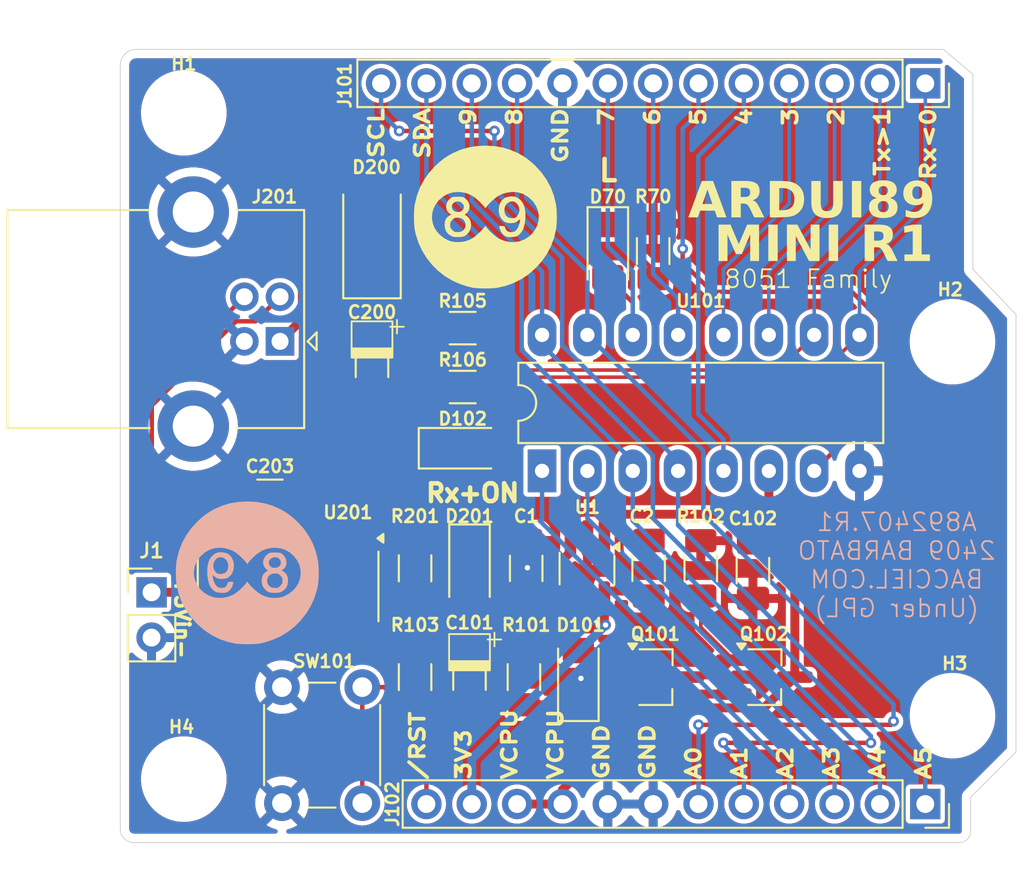
<source format=kicad_pcb>
(kicad_pcb (version 20240108) (generator "pcbnew") (generator_version "8.0")
  (title_block (title "Ardui89 MINI") (date "2024-09-03") (rev "1") (company "C. BARBATO") (comment 1 "A892407"))
  (layers (0 "F.Cu" signal) (31 "B.Cu" signal) (34 "B.Paste" user) (35 "F.Paste" user) (36 "B.SilkS" user "B.Silkscreen") (37 "F.SilkS" user "F.Silkscreen") (38 "B.Mask" user) (39 "F.Mask" user) (44 "Edge.Cuts" user))
  (net 0 "")
  (net 1 "VCC")
  (net 2 "GND")
  (net 4 "Net-(U201-V3)")
  (net 6 "/D7")
  (net 7 "/D1")
  (net 8 "/D0")
  (net 9 "/D5")
  (net 10 "/D6")
  (net 11 "/D2")
  (net 12 "/D3")
  (net 13 "/A2")
  (net 14 "/A3")
  (net 15 "/D+")
  (net 16 "/D-")
  (net 17 "/Tx")
  (net 18 "/Rx")
  (net 23 "/{slash}RTS")
  (net 25 "/A0_D8")
  (net 26 "/3.3V")
  (net 28 "/A1_D9")
  (net 29 "/D4")
  (net 30 "/A4_SDA")
  (net 31 "/A5_SCL")
  (net 32 "Net-(D200-A)")
  (net 33 "Net-(D201-A)")
  (net 34 "Net-(D70-K)")
  (net 35 "/{slash}RST")
  (net 36 "Net-(D101-A)")
  (net 37 "Net-(D102-K)")
  (net 38 "Net-(Q101-C)")
  (net 40 "VCPU")
  (footprint "Resistor_SMD:R_1206_3216Metric_Pad1.30x1.75mm_HandSolder" (layer "F.Cu") (at 155.966 106.553 90)
    (property "Reference" "R102" (at 2.921 0 180) (layer "F.SilkS") (effects (font (size 0.7 0.7))))
    (property "Value" "4k7")
    (pad "1" smd roundrect (at -1.55 0 90) (size 1.3 1.75) (layers "F.Cu" "F.Paste" "F.Mask") (roundrect_rratio 0.192308) (net 38 "Net-(Q101-C)"))
    (pad "2" smd roundrect (at 1.55 0 90) (size 1.3 1.75) (layers "F.Cu" "F.Paste" "F.Mask") (roundrect_rratio 0.192308) (net 2 "GND"))
  )
  (footprint "Package_TO_SOT_SMD:TSOT-23-5_HandSoldering" (layer "F.Cu") (at 149.616 106.5695 -90)
    (property "Reference" "U1" (at -3.4455 0 180) (layer "F.SilkS") (effects (font (size 0.7 0.7))))
    (property "Value" "LP2985-33DBVR")
    (pad "1" smd roundrect (at -1.71 -0.95 270) (size 2 0.65) (layers "F.Cu" "F.Paste" "F.Mask") (net 40 "VCPU"))
    (pad "2" smd roundrect (at -1.71 0 270) (size 2 0.65) (layers "F.Cu" "F.Paste" "F.Mask") (net 2 "GND"))
    (pad "3" smd roundrect (at -1.71 0.95 270) (size 2 0.65) (layers "F.Cu" "F.Paste" "F.Mask") (net 40 "VCPU"))
    (pad "4" smd roundrect (at 1.71 0.95 270) (size 2 0.65) (layers "F.Cu" "F.Paste" "F.Mask"))
    (pad "5" smd roundrect (at 1.71 -0.95 270) (size 2 0.65) (layers "F.Cu" "F.Paste" "F.Mask") (net 26 "/3.3V"))
  )
  (footprint "Resistor_SMD:R_1206_3216Metric_Pad1.30x1.75mm_HandSolder" (layer "F.Cu") (at 142.631 96.393 180)
    (property "Reference" "R106" (at 0 1.524 180) (layer "F.SilkS") (effects (font (size 0.7 0.7))))
    (property "Value" "330")
    (pad "1" smd roundrect (at -1.55 0 180) (size 1.3 1.75) (layers "F.Cu" "F.Paste" "F.Mask") (roundrect_rratio 0.192308) (net 37 "Net-(D102-K)"))
    (pad "2" smd roundrect (at 1.55 0 180) (size 1.3 1.75) (layers "F.Cu" "F.Paste" "F.Mask") (roundrect_rratio 0.192308) (net 18 "/Rx"))
  )
  (footprint "Connector_PinSocket_2.54mm:PinSocket_1x13_P2.54mm_Vertical" (layer "F.Cu") (at 168.539 79.375 -90)
    (property "Reference" "J101" (at 0.127 32.512 -90) (layer "F.SilkS") (effects (font (size 0.7 0.7))))
    (property "Value" "Conn_01x13")
    (pad "1" thru_hole rect (at 0 0 270) (size 1.7 1.7) (drill 1) (layers "*.Cu" "*.Mask") (net 8 "/D0"))
    (pad "2" thru_hole oval (at 0 2.54 270) (size 1.7 1.7) (drill 1) (layers "*.Cu" "*.Mask") (net 7 "/D1"))
    (pad "3" thru_hole oval (at 0 5.08 270) (size 1.7 1.7) (drill 1) (layers "*.Cu" "*.Mask") (net 11 "/D2"))
    (pad "4" thru_hole oval (at 0 7.62 270) (size 1.7 1.7) (drill 1) (layers "*.Cu" "*.Mask") (net 12 "/D3"))
    (pad "5" thru_hole oval (at 0 10.16 270) (size 1.7 1.7) (drill 1) (layers "*.Cu" "*.Mask") (net 29 "/D4"))
    (pad "6" thru_hole oval (at 0 12.7 270) (size 1.7 1.7) (drill 1) (layers "*.Cu" "*.Mask") (net 9 "/D5"))
    (pad "7" thru_hole oval (at 0 15.24 270) (size 1.7 1.7) (drill 1) (layers "*.Cu" "*.Mask") (net 10 "/D6"))
    (pad "8" thru_hole oval (at 0 17.78 270) (size 1.7 1.7) (drill 1) (layers "*.Cu" "*.Mask") (net 6 "/D7"))
    (pad "9" thru_hole oval (at 0 20.32 270) (size 1.7 1.7) (drill 1) (layers "*.Cu" "*.Mask") (net 2 "GND"))
    (pad "10" thru_hole oval (at 0 22.86 270) (size 1.7 1.7) (drill 1) (layers "*.Cu" "*.Mask") (net 25 "/A0_D8"))
    (pad "11" thru_hole oval (at 0 25.4 270) (size 1.7 1.7) (drill 1) (layers "*.Cu" "*.Mask") (net 28 "/A1_D9"))
    (pad "12" thru_hole oval (at 0 27.94 270) (size 1.7 1.7) (drill 1) (layers "*.Cu" "*.Mask") (net 30 "/A4_SDA"))
    (pad "13" thru_hole oval (at 0 30.48 270) (size 1.7 1.7) (drill 1) (layers "*.Cu" "*.Mask") (net 31 "/A5_SCL"))
  )
  (footprint "MountingHole:MountingHole_4.3mm_M4_DIN965" (layer "F.Cu") (at 170.063 93.853)
    (property "Reference" "H2" (at -0.127 -2.921 0) (layer "F.SilkS") (effects (font (size 0.7 0.7))))
    (property "Value" "MountingHole")
    (pad "" np_thru_hole circle (at 0 0) (size 4.3 4.3) (drill 4.3) (layers "*.Cu" "*.Mask"))
  )
  (footprint "MountingHole:MountingHole_4.3mm_M4_DIN965" (layer "F.Cu") (at 127.01 81.026)
    (property "Reference" "H1" (at 0 -2.7432 0) (layer "F.SilkS") (effects (font (size 0.7 0.7))))
    (property "Value" "MountingHole")
    (pad "" np_thru_hole circle (at 0 0) (size 4.3 4.3) (drill 4.3) (layers "*.Cu" "*.Mask"))
  )
  (footprint "MountingHole:MountingHole_4.3mm_M4_DIN965" (layer "F.Cu") (at 170.063 114.808)
    (property "Reference" "H3" (at 0.127 -2.921 0) (layer "F.SilkS") (effects (font (size 0.7 0.7))))
    (property "Value" "MountingHole")
    (pad "" np_thru_hole circle (at 0 0) (size 4.3 4.3) (drill 4.3) (layers "*.Cu" "*.Mask"))
  )
  (footprint "Package_SO:SOIC-16_3.9x9.9mm_P1.27mm" (layer "F.Cu") (at 132.852 107.569 -90)
    (property "Reference" "U201" (at -4.149 -3.352 0) (layer "F.SilkS") (effects (font (size 0.7 0.7))))
    (property "Value" "CH340C")
    (pad "1" smd roundrect (at -2.475 -4.445 270) (size 1.95 0.6) (layers "F.Cu" "F.Paste" "F.Mask") (net 2 "GND"))
    (pad "2" smd roundrect (at -2.475 -3.175 270) (size 1.95 0.6) (layers "F.Cu" "F.Paste" "F.Mask") (net 18 "/Rx"))
    (pad "3" smd roundrect (at -2.475 -1.905 270) (size 1.95 0.6) (layers "F.Cu" "F.Paste" "F.Mask") (net 17 "/Tx"))
    (pad "4" smd roundrect (at -2.475 -0.635 270) (size 1.95 0.6) (layers "F.Cu" "F.Paste" "F.Mask") (net 4 "Net-(U201-V3)"))
    (pad "5" smd roundrect (at -2.475 0.635 270) (size 1.95 0.6) (layers "F.Cu" "F.Paste" "F.Mask") (net 15 "/D+"))
    (pad "6" smd roundrect (at -2.475 1.905 270) (size 1.95 0.6) (layers "F.Cu" "F.Paste" "F.Mask") (net 16 "/D-"))
    (pad "7" smd roundrect (at -2.475 3.175 270) (size 1.95 0.6) (layers "F.Cu" "F.Paste" "F.Mask"))
    (pad "8" smd roundrect (at -2.475 4.445 270) (size 1.95 0.6) (layers "F.Cu" "F.Paste" "F.Mask"))
    (pad "9" smd roundrect (at 2.475 4.445 270) (size 1.95 0.6) (layers "F.Cu" "F.Paste" "F.Mask"))
    (pad "10" smd roundrect (at 2.475 3.175 270) (size 1.95 0.6) (layers "F.Cu" "F.Paste" "F.Mask"))
    (pad "11" smd roundrect (at 2.475 1.905 270) (size 1.95 0.6) (layers "F.Cu" "F.Paste" "F.Mask"))
    (pad "12" smd roundrect (at 2.475 0.635 270) (size 1.95 0.6) (layers "F.Cu" "F.Paste" "F.Mask"))
    (pad "13" smd roundrect (at 2.475 -0.635 270) (size 1.95 0.6) (layers "F.Cu" "F.Paste" "F.Mask"))
    (pad "14" smd roundrect (at 2.475 -1.905 270) (size 1.95 0.6) (layers "F.Cu" "F.Paste" "F.Mask") (net 23 "/{slash}RTS"))
    (pad "15" smd roundrect (at 2.475 -3.175 270) (size 1.95 0.6) (layers "F.Cu" "F.Paste" "F.Mask"))
    (pad "16" smd roundrect (at 2.475 -4.445 270) (size 1.95 0.6) (layers "F.Cu" "F.Paste" "F.Mask") (net 1 "VCC"))
  )
  (footprint "Package_TO_SOT_SMD:TSOT-23_HandSoldering" (layer "F.Cu") (at 159.522 112.649)
    (property "Reference" "Q102" (at 0 -2.413 0) (layer "F.SilkS") (effects (font (size 0.7 0.7))))
    (property "Value" "MMBT2907")
    (pad "1" smd roundrect (at -1.71 -0.95) (size 2 0.65) (layers "F.Cu" "F.Paste" "F.Mask") (net 38 "Net-(Q101-C)"))
    (pad "2" smd roundrect (at -1.71 0.95) (size 2 0.65) (layers "F.Cu" "F.Paste" "F.Mask") (net 1 "VCC"))
    (pad "3" smd roundrect (at 1.71 0) (size 2 0.65) (layers "F.Cu" "F.Paste" "F.Mask") (net 40 "VCPU"))
  )
  (footprint "Capacitor_SMD:C_1206_3216Metric_Pad1.33x1.80mm_HandSolder" (layer "F.Cu") (at 153.045 106.553 90)
    (property "Reference" "C2" (at 2.921 -0.381 180) (layer "F.SilkS") (effects (font (size 0.7 0.7))))
    (property "Value" "100n")
    (pad "1" smd roundrect (at -1.5625 0 90) (size 1.325 1.8) (layers "F.Cu" "F.Paste" "F.Mask") (roundrect_rratio 0.188679) (net 26 "/3.3V"))
    (pad "2" smd roundrect (at 1.5625 0 90) (size 1.325 1.8) (layers "F.Cu" "F.Paste" "F.Mask") (roundrect_rratio 0.188679) (net 2 "GND"))
  )
  (footprint "Resistor_SMD:R_1206_3216Metric_Pad1.30x1.75mm_HandSolder" (layer "F.Cu") (at 139.964 112.649 -90)
    (property "Reference" "R103" (at -2.921 0 0) (layer "F.SilkS") (effects (font (size 0.7 0.7))))
    (property "Value" "1k")
    (pad "1" smd roundrect (at -1.55 0 270) (size 1.3 1.75) (layers "F.Cu" "F.Paste" "F.Mask") (roundrect_rratio 0.192308) (net 36 "Net-(D101-A)"))
    (pad "2" smd roundrect (at 1.55 0 270) (size 1.3 1.75) (layers "F.Cu" "F.Paste" "F.Mask") (roundrect_rratio 0.192308) (net 35 "/{slash}RST"))
  )
  (footprint "Diode_SMD:D_MELF" (layer "F.Cu") (at 137.551 88.011 90)
    (property "Reference" "D200" (at 3.937 0.254 0) (layer "F.SilkS") (effects (font (size 0.7 0.7))))
    (property "Value" "SM34")
    (pad "1" smd roundrect (at -2.4 0 90) (size 1.5 2.7) (layers "F.Cu" "F.Paste" "F.Mask") (roundrect_rratio 0.1666666667) (net 1 "VCC"))
    (pad "2" smd roundrect (at 2.4 0 90) (size 1.5 2.7) (layers "F.Cu" "F.Paste" "F.Mask") (roundrect_rratio 0.1666666667) (net 32 "Net-(D200-A)"))
  )
  (footprint "Connector_PinHeader_2.54mm:PinHeader_1x02_P2.54mm_Vertical" (layer "F.Cu") (at 125.204 107.895)
    (property "Reference" "J1" (at 0 -2.33 0) (layer "F.SilkS") (effects (font (size 0.8 0.8))))
    (property "Value" "Conn_01x02")
    (pad "1" thru_hole rect (at 0 0) (size 1.7 1.7) (drill 1) (layers "*.Cu" "*.Mask") (net 1 "VCC"))
    (pad "2" thru_hole oval (at 0 2.54) (size 1.7 1.7) (drill 1) (layers "*.Cu" "*.Mask") (net 2 "GND"))
  )
  (footprint "Connector_PinSocket_2.54mm:PinSocket_1x12_P2.54mm_Vertical" (layer "F.Cu") (at 168.539 119.761 -90)
    (property "Reference" "J102" (at 0 29.845 -90) (layer "F.SilkS") (effects (font (size 0.7 0.7))))
    (property "Value" "Conn_01x12")
    (pad "1" thru_hole rect (at 0 0 270) (size 1.7 1.7) (drill 1) (layers "*.Cu" "*.Mask") (net 31 "/A5_SCL"))
    (pad "2" thru_hole oval (at 0 2.54 270) (size 1.7 1.7) (drill 1) (layers "*.Cu" "*.Mask") (net 30 "/A4_SDA"))
    (pad "3" thru_hole oval (at 0 5.08 270) (size 1.7 1.7) (drill 1) (layers "*.Cu" "*.Mask") (net 14 "/A3"))
    (pad "4" thru_hole oval (at 0 7.62 270) (size 1.7 1.7) (drill 1) (layers "*.Cu" "*.Mask") (net 13 "/A2"))
    (pad "5" thru_hole oval (at 0 10.16 270) (size 1.7 1.7) (drill 1) (layers "*.Cu" "*.Mask") (net 28 "/A1_D9"))
    (pad "6" thru_hole oval (at 0 12.7 270) (size 1.7 1.7) (drill 1) (layers "*.Cu" "*.Mask") (net 25 "/A0_D8"))
    (pad "7" thru_hole oval (at 0 15.24 270) (size 1.7 1.7) (drill 1) (layers "*.Cu" "*.Mask") (net 2 "GND"))
    (pad "8" thru_hole oval (at 0 17.78 270) (size 1.7 1.7) (drill 1) (layers "*.Cu" "*.Mask") (net 2 "GND"))
    (pad "9" thru_hole oval (at 0 20.32 270) (size 1.7 1.7) (drill 1) (layers "*.Cu" "*.Mask") (net 40 "VCPU"))
    (pad "10" thru_hole oval (at 0 22.86 270) (size 1.7 1.7) (drill 1) (layers "*.Cu" "*.Mask") (net 40 "VCPU"))
    (pad "11" thru_hole oval (at 0 25.4 270) (size 1.7 1.7) (drill 1) (layers "*.Cu" "*.Mask") (net 26 "/3.3V"))
    (pad "12" thru_hole oval (at 0 27.94 270) (size 1.7 1.7) (drill 1) (layers "*.Cu" "*.Mask") (net 35 "/{slash}RST"))
  )
  (footprint "Diode_SMD:D_1206_3216Metric_Pad1.42x1.75mm_HandSolder" (layer "F.Cu") (at 142.631 99.822)
    (property "Reference" "D102" (at 0 -1.651 0) (layer "F.SilkS") (effects (font (size 0.7 0.7))))
    (property "Value" "1N5819W")
    (pad "1" smd roundrect (at -1.4875 0) (size 1.425 1.75) (layers "F.Cu" "F.Paste" "F.Mask") (roundrect_rratio 0.175439) (net 37 "Net-(D102-K)"))
    (pad "2" smd roundrect (at 1.4875 0) (size 1.425 1.75) (layers "F.Cu" "F.Paste" "F.Mask") (roundrect_rratio 0.175439) (net 8 "/D0"))
  )
  (footprint "Diode_SMD:D_1206_3216Metric_Pad1.42x1.75mm_HandSolder" (layer "F.Cu") (at 143.012 106.553 -90)
    (property "Reference" "D201" (at -2.921 0 180) (layer "F.SilkS") (effects (font (size 0.7 0.7))))
    (property "Value" "/Rx LED + ON")
    (pad "1" smd roundrect (at -1.4875 0 270) (size 1.425 1.75) (layers "F.Cu" "F.Paste" "F.Mask") (roundrect_rratio 0.175439) (net 2 "GND"))
    (pad "2" smd roundrect (at 1.4875 0 270) (size 1.425 1.75) (layers "F.Cu" "F.Paste" "F.Mask") (roundrect_rratio 0.175439) (net 33 "Net-(D201-A)"))
  )
  (footprint "Resistor_SMD:R_1206_3216Metric_Pad1.30x1.75mm_HandSolder" (layer "F.Cu") (at 142.631 93.091 180)
    (property "Reference" "R105" (at 0 1.524 180) (layer "F.SilkS") (effects (font (size 0.7 0.7))))
    (property "Value" "330")
    (pad "1" smd roundrect (at -1.55 0 180) (size 1.3 1.75) (layers "F.Cu" "F.Paste" "F.Mask") (roundrect_rratio 0.192308) (net 7 "/D1"))
    (pad "2" smd roundrect (at 1.55 0 180) (size 1.3 1.75) (layers "F.Cu" "F.Paste" "F.Mask") (roundrect_rratio 0.192308) (net 17 "/Tx"))
  )
  (footprint "Diode_SMD:D_1206_3216Metric_Pad1.42x1.75mm_HandSolder" (layer "F.Cu") (at 150.759 88.773 -90)
    (property "Reference" "D70" (at -3.048 0 180) (layer "F.SilkS") (effects (font (size 0.7 0.7))))
    (property "Value" "LED BUILTIN")
    (pad "1" smd roundrect (at -1.4875 0 270) (size 1.425 1.75) (layers "F.Cu" "F.Paste" "F.Mask") (roundrect_rratio 0.175439) (net 34 "Net-(D70-K)"))
    (pad "2" smd roundrect (at 1.4875 0 270) (size 1.425 1.75) (layers "F.Cu" "F.Paste" "F.Mask") (roundrect_rratio 0.175439) (net 6 "/D7"))
  )
  (footprint "Capacitor_SMD:C_1206_3216Metric_Pad1.33x1.80mm_HandSolder" (layer "F.Cu") (at 158.887 106.68 -90)
    (property "Reference" "C102" (at -2.921 0 0) (layer "F.SilkS") (effects (font (size 0.7 0.7))))
    (property "Value" "100n")
    (pad "1" smd roundrect (at -1.5625 0 270) (size 1.325 1.8) (layers "F.Cu" "F.Paste" "F.Mask") (roundrect_rratio 0.188679) (net 40 "VCPU"))
    (pad "2" smd roundrect (at 1.5625 0 270) (size 1.325 1.8) (layers "F.Cu" "F.Paste" "F.Mask") (roundrect_rratio 0.188679) (net 2 "GND"))
  )
  (footprint "Capacitor_SMD:C_1206_3216Metric_Pad1.33x1.80mm_HandSolder" (layer "F.Cu") (at 131.836 102.489 180)
    (property "Reference" "C203" (at 0 1.651 180) (layer "F.SilkS") (effects (font (size 0.7 0.7))))
    (property "Value" "100n")
    (pad "1" smd roundrect (at -1.5625 0 180) (size 1.325 1.8) (layers "F.Cu" "F.Paste" "F.Mask") (roundrect_rratio 0.188679) (net 4 "Net-(U201-V3)"))
    (pad "2" smd roundrect (at 1.5625 0 180) (size 1.325 1.8) (layers "F.Cu" "F.Paste" "F.Mask") (roundrect_rratio 0.188679) (net 2 "GND"))
  )
  (footprint "Resistor_SMD:R_1206_3216Metric_Pad1.30x1.75mm_HandSolder" (layer "F.Cu") (at 153.299 88.773 90)
    (property "Reference" "R70" (at 3.048 0 180) (layer "F.SilkS") (effects (font (size 0.7 0.7))))
    (property "Value" "1k")
    (pad "1" smd roundrect (at -1.55 0 90) (size 1.3 1.75) (layers "F.Cu" "F.Paste" "F.Mask") (roundrect_rratio 0.192308) (net 34 "Net-(D70-K)"))
    (pad "2" smd roundrect (at 1.55 0 90) (size 1.3 1.75) (layers "F.Cu" "F.Paste" "F.Mask") (roundrect_rratio 0.192308) (net 2 "GND"))
  )
  (footprint "PRJ:ardu89_logo_8mmx8mm" (layer "F.Cu") (at 143.901 86.868)
    (property "Reference" "G***" (hide yes))
    (property "Value" "LOGO" (hide yes))
  )
  (footprint "BACKCIEL:C_1206_POL_3216Metric_Pad1.33x1.80mm_HandSolder" (layer "F.Cu") (at 143.012 112.649 -90)
    (property "Reference" "C101" (at -3.048 0 180) (layer "F.SilkS") (effects (font (size 0.7 0.7))))
    (property "Value" "10µ")
    (fp_text user "+" (at -2.794 -0.889 -90) (layer "F.SilkS") (effects (font (thickness 0.1)) (justify left bottom)))
    (pad "1" smd roundrect (at -1.5625 0 270) (size 1.325 1.8) (layers "F.Cu" "F.Paste" "F.Mask") (roundrect_rratio 0.188679) (net 36 "Net-(D101-A)"))
    (pad "2" smd roundrect (at 1.5625 0 270) (size 1.325 1.8) (layers "F.Cu" "F.Paste" "F.Mask") (roundrect_rratio 0.188679) (net 23 "/{slash}RTS"))
  )
  (footprint "Button_Switch_THT:SW_PUSH_6mm" (layer "F.Cu") (at 137.007 113.209 -90)
    (property "Reference" "SW101" (at -1.449 2.123 180) (layer "F.SilkS") (effects (font (size 0.7 0.7))))
    (property "Value" "SW_Push")
    (pad "1" thru_hole circle (at 0 0) (size 2 2) (drill 1.1) (layers "*.Cu" "*.Mask") (net 35 "/{slash}RST"))
    (pad "1" thru_hole circle (at 6.5 0) (size 2 2) (drill 1.1) (layers "*.Cu" "*.Mask") (net 35 "/{slash}RST"))
    (pad "2" thru_hole circle (at 0 4.5) (size 2 2) (drill 1.1) (layers "*.Cu" "*.Mask") (net 2 "GND"))
    (pad "2" thru_hole circle (at 6.5 4.5) (size 2 2) (drill 1.1) (layers "*.Cu" "*.Mask") (net 2 "GND"))
  )
  (footprint "Diode_SMD:D_1206_3216Metric_Pad1.42x1.75mm_HandSolder" (layer "F.Cu") (at 149.108 112.649 90)
    (property "Reference" "D101" (at 2.921 0.127 0) (layer "F.SilkS") (effects (font (size 0.7 0.7))))
    (property "Value" "1N5819W")
    (pad "1" smd roundrect (at -1.4875 0 90) (size 1.425 1.75) (layers "F.Cu" "F.Paste" "F.Mask") (roundrect_rratio 0.175439) (net 1 "VCC"))
    (pad "2" smd roundrect (at 1.4875 0 90) (size 1.425 1.75) (layers "F.Cu" "F.Paste" "F.Mask") (roundrect_rratio 0.175439) (net 36 "Net-(D101-A)"))
  )
  (footprint "BACKCIEL:C_1206_POL_3216Metric_Pad1.33x1.80mm_HandSolder" (layer "F.Cu") (at 137.551 95.123 -90)
    (property "Reference" "C200" (at -2.921 0 180) (layer "F.SilkS") (effects (font (size 0.7 0.7))))
    (property "Value" "10µ")
    (fp_text user "+" (at -2.794 -0.889 -90) (layer "F.SilkS") (effects (font (thickness 0.1)) (justify left bottom)))
    (pad "1" smd roundrect (at -1.5625 0 270) (size 1.325 1.8) (layers "F.Cu" "F.Paste" "F.Mask") (roundrect_rratio 0.188679) (net 1 "VCC"))
    (pad "2" smd roundrect (at 1.5625 0 270) (size 1.325 1.8) (layers "F.Cu" "F.Paste" "F.Mask") (roundrect_rratio 0.188679) (net 2 "GND"))
  )
  (footprint "Capacitor_SMD:C_1206_3216Metric_Pad1.33x1.80mm_HandSolder" (layer "F.Cu") (at 146.187 106.553 90)
    (property "Reference" "C1" (at 2.921 0 180) (layer "F.SilkS") (effects (font (size 0.7 0.7))))
    (property "Value" "100n")
    (pad "1" smd roundrect (at -1.5625 0 90) (size 1.325 1.8) (layers "F.Cu" "F.Paste" "F.Mask") (roundrect_rratio 0.188679) (net 40 "VCPU"))
    (pad "2" smd roundrect (at 1.5625 0 90) (size 1.325 1.8) (layers "F.Cu" "F.Paste" "F.Mask") (roundrect_rratio 0.188679) (net 2 "GND"))
  )
  (footprint "Resistor_SMD:R_1206_3216Metric_Pad1.30x1.75mm_HandSolder" (layer "F.Cu") (at 139.964 106.553 -90)
    (property "Reference" "R201" (at -2.921 0 0) (layer "F.SilkS") (effects (font (size 0.7 0.7))))
    (property "Value" "1k")
    (pad "1" smd roundrect (at -1.55 0 270) (size 1.3 1.75) (layers "F.Cu" "F.Paste" "F.Mask") (roundrect_rratio 0.192308) (net 18 "/Rx"))
    (pad "2" smd roundrect (at 1.55 0 270) (size 1.3 1.75) (layers "F.Cu" "F.Paste" "F.Mask") (roundrect_rratio 0.192308) (net 33 "Net-(D201-A)"))
  )
  (footprint "Package_TO_SOT_SMD:TSOT-23_HandSoldering" (layer "F.Cu") (at 153.426 112.649)
    (property "Reference" "Q101" (at 0 -2.413 0) (layer "F.SilkS") (effects (font (size 0.7 0.7))))
    (property "Value" "MMBT2907")
    (pad "1" smd roundrect (at -1.71 -0.95) (size 2 0.65) (layers "F.Cu" "F.Paste" "F.Mask") (net 36 "Net-(D101-A)"))
    (pad "2" smd roundrect (at -1.71 0.95) (size 2 0.65) (layers "F.Cu" "F.Paste" "F.Mask") (net 1 "VCC"))
    (pad "3" smd roundrect (at 1.71 0) (size 2 0.65) (layers "F.Cu" "F.Paste" "F.Mask") (net 38 "Net-(Q101-C)"))
  )
  (footprint "MountingHole:MountingHole_4.3mm_M4_DIN965" (layer "F.Cu") (at 127.01 118.364)
    (property "Reference" "H4" (at -0.127 -2.921 0) (layer "F.SilkS") (effects (font (size 0.7 0.7))))
    (property "Value" "Mounting Hole 4.3mm")
    (pad "" np_thru_hole circle (at 0 0) (size 4.3 4.3) (drill 4.3) (layers "*.Cu" "*.Mask"))
  )
  (footprint "Resistor_SMD:R_1206_3216Metric_Pad1.30x1.75mm_HandSolder" (layer "F.Cu") (at 146.06 112.649 90)
    (property "Reference" "R101" (at 2.921 0.127 0) (layer "F.SilkS") (effects (font (size 0.7 0.7))))
    (property "Value" "1k")
    (pad "1" smd roundrect (at -1.55 0 90) (size 1.3 1.75) (layers "F.Cu" "F.Paste" "F.Mask") (roundrect_rratio 0.192308) (net 1 "VCC"))
    (pad "2" smd roundrect (at 1.55 0 90) (size 1.3 1.75) (layers "F.Cu" "F.Paste" "F.Mask") (roundrect_rratio 0.192308) (net 36 "Net-(D101-A)"))
  )
  (footprint "Connector_USB:USB_B_Lumberg_2411_02_Horizontal" (layer "F.Cu") (at 132.4005 93.833 180)
    (property "Reference" "J201" (at 0.3105 8.108 180) (layer "F.SilkS") (effects (font (size 0.7 0.7))))
    (property "Value" "USB_TYPE_B")
    (pad "1" thru_hole rect (at 0 0 270) (size 1.6 1.6) (drill 0.95) (layers "*.Cu" "*.Mask") (net 32 "Net-(D200-A)"))
    (pad "2" thru_hole circle (at 0 2.5 270) (size 1.6 1.6) (drill 0.95) (layers "*.Cu" "*.Mask") (net 16 "/D-"))
    (pad "3" thru_hole circle (at 2 2.5 270) (size 1.6 1.6) (drill 0.95) (layers "*.Cu" "*.Mask") (net 15 "/D+"))
    (pad "4" thru_hole circle (at 2 0 270) (size 1.6 1.6) (drill 0.95) (layers "*.Cu" "*.Mask") (net 2 "GND"))
    (pad "5" thru_hole circle (at 4.86 -4.75 270) (size 4 4) (drill 2.3) (layers "*.Cu" "*.Mask") (net 2 "GND"))
    (pad "5" thru_hole circle (at 4.86 7.25 270) (size 4 4) (drill 2.3) (layers "*.Cu" "*.Mask") (net 2 "GND"))
  )
  (footprint "Package_DIP:DIP-16_W7.62mm_LongPads" (layer "F.Cu") (at 147.076 101.092 90)
    (property "Reference" "U101" (at 9.525 8.89 0) (layer "F.SilkS") (effects (font (size 0.7 0.7))))
    (property "Value" "STC15W408AS-DIP16")
    (pad "1" thru_hole rect (at 0 0 90) (size 2.4 1.6) (drill 0.8) (layers "*.Cu" "*.Mask") (net 13 "/A2"))
    (pad "2" thru_hole oval (at 0 2.54 90) (size 2.4 1.6) (drill 0.8) (layers "*.Cu" "*.Mask") (net 14 "/A3"))
    (pad "3" thru_hole oval (at 0 5.08 90) (size 2.4 1.6) (drill 0.8) (layers "*.Cu" "*.Mask") (net 30 "/A4_SDA"))
    (pad "4" thru_hole oval (at 0 7.62 90) (size 2.4 1.6) (drill 0.8) (layers "*.Cu" "*.Mask") (net 31 "/A5_SCL"))
    (pad "5" thru_hole oval (at 0 10.16 90) (size 2.4 1.6) (drill 0.8) (layers "*.Cu" "*.Mask") (net 29 "/D4"))
    (pad "6" thru_hole oval (at 0 12.7 90) (size 2.4 1.6) (drill 0.8) (layers "*.Cu" "*.Mask") (net 40 "VCPU"))
    (pad "7" thru_hole oval (at 0 15.24 90) (size 2.4 1.6) (drill 0.8) (layers "*.Cu" "*.Mask") (net 9 "/D5"))
    (pad "8" thru_hole oval (at 0 17.78 90) (size 2.4 1.6) (drill 0.8) (layers "*.Cu" "*.Mask") (net 2 "GND"))
    (pad "9" thru_hole oval (at 7.62 17.78 90) (size 2.4 1.6) (drill 0.8) (layers "*.Cu" "*.Mask") (net 8 "/D0"))
    (pad "10" thru_hole oval (at 7.62 15.24 90) (size 2.4 1.6) (drill 0.8) (layers "*.Cu" "*.Mask") (net 7 "/D1"))
    (pad "11" thru_hole oval (at 7.62 12.7 90) (size 2.4 1.6) (drill 0.8) (layers "*.Cu" "*.Mask") (net 11 "/D2"))
    (pad "12" thru_hole oval (at 7.62 10.16 90) (size 2.4 1.6) (drill 0.8) (layers "*.Cu" "*.Mask") (net 12 "/D3"))
    (pad "13" thru_hole oval (at 7.62 7.62 90) (size 2.4 1.6) (drill 0.8) (layers "*.Cu" "*.Mask") (net 10 "/D6"))
    (pad "14" thru_hole oval (at 7.62 5.08 90) (size 2.4 1.6) (drill 0.8) (layers "*.Cu" "*.Mask") (net 6 "/D7"))
    (pad "15" thru_hole oval (at 7.62 2.54 90) (size 2.4 1.6) (drill 0.8) (layers "*.Cu" "*.Mask") (net 25 "/A0_D8"))
    (pad "16" thru_hole oval (at 7.62 0 90) (size 2.4 1.6) (drill 0.8) (layers "*.Cu" "*.Mask") (net 28 "/A1_D9"))
  )
  (footprint "PRJ:ardu89_logo_8mmx8mm" (layer "B.Cu") (at 130.566 106.807 180)
    (property "Reference" "G***" (hide yes))
    (property "Value" "LOGO" (hide yes))
  )
  (gr_line (start 171.079 119.38) (end 171.079 121.285) (stroke (width 0.05)) (layer "Edge.Cuts"))
  (gr_line (start 123.454 121.158) (end 123.454 78.359) (stroke (width 0.05)) (layer "Edge.Cuts"))
  (gr_arc (start 123.454 78.359) (mid 123.714382 77.730382) (end 124.343 77.47) (stroke (width 0.05)) (layer "Edge.Cuts"))
  (gr_line (start 169.555 77.47) (end 171.206 78.867) (stroke (width 0.05)) (layer "Edge.Cuts"))
  (gr_line (start 171.206 89.789278) (end 173.619 92.329278) (stroke (width 0.05)) (layer "Edge.Cuts"))
  (gr_line (start 173.619 116.84) (end 171.079 119.38) (stroke (width 0.05)) (layer "Edge.Cuts"))
  (gr_line (start 124.343 77.47) (end 169.555 77.47) (stroke (width 0.05)) (layer "Edge.Cuts"))
  (gr_line (start 171.206 78.867) (end 171.206 89.789278) (stroke (width 0.05)) (layer "Edge.Cuts"))
  (gr_line (start 170.444 121.92) (end 124.216 121.92) (stroke (width 0.05)) (layer "Edge.Cuts"))
  (gr_line (start 173.619 92.329278) (end 173.619 116.840278) (stroke (width 0.05)) (layer "Edge.Cuts"))
  (gr_arc (start 171.079 121.285) (mid 170.893013 121.734013) (end 170.444 121.92) (stroke (width 0.05)) (layer "Edge.Cuts"))
  (gr_arc (start 124.216 121.92) (mid 123.677185 121.696815) (end 123.454 121.158) (stroke (width 0.05)) (layer "Edge.Cuts"))
  (gr_text "A892407.R1\n2409 BARBATO\nBACCIEL.COM\n(Under GPL)" (at 166.9388 109.3724 0) (layer "B.SilkS") (effects (font (size 1 1) (thickness 0.1)) (justify bottom mirror)))
  (gr_text "/RST\n\n3V3\n\nVCPU\n\nVCPU\n\nGND\n\nGND\n\nA0\n\nA1\n\nA2\n\nA3\n\nA4\n\nA5\n\n" (at 170.19 118.491 90) (layer "F.SilkS") (effects (font (size 0.8 1) (thickness 0.2) (bold yes)) (justify left bottom)))
  (gr_text "+5Vin-" (at 126.454 106.92 270) (layer "F.SilkS") (effects (font (size 0.8 0.8) (thickness 0.2) (bold yes)) (justify left bottom)))
  (gr_text "8051 Family" (at 157.204 90.92 0) (layer "F.SilkS") (effects (font (size 1 1) (thickness 0.1)) (justify left bottom)))
  (gr_text "ARDUI89" (at 155.2548 87.2236 0) (layer "F.SilkS") (effects (font (size 2 2) (thickness 0.3) (bold yes)) (justify left bottom)))
  (gr_text "Rx+ON" (at 140.454 102.92 0) (layer "F.SilkS") (effects (font (size 1 1) (thickness 0.25) (bold yes)) (justify left bottom)))
  (gr_text "SCL\n\nSDA\n\n9\n\n8\n\nGND\n\n7\n\n6\n\n5\n\n4\n\n3\n\n2\n\nTx>1\n\nRx<0" (at 169.174 80.645 90) (layer "F.SilkS") (effects (font (size 0.8 1) (thickness 0.2) (bold yes)) (justify right bottom)))
  (gr_text "MINI R1" (at 156.704 89.67 0) (layer "F.SilkS") (effects (font (size 2 2) (thickness 0.3) (bold yes)) (justify left bottom)))
  (gr_text "L\n" (at 150.124 84.963 0) (layer "F.SilkS") (effects (font (size 1.2 1.2) (thickness 0.25) (bold yes)) (justify left bottom)))
  (segment (start 141.324878 98.171) (end 142.631 96.864878) (width 0.5) (layer "F.Cu") (net 1))
  (segment (start 144.337 102.29) (end 143.210439 101.163439) (width 0.5) (layer "F.Cu") (net 1))
  (segment (start 140.713 90.411) (end 137.551 90.411) (width 0.5) (layer "F.Cu") (net 1))
  (segment (start 149.6455 113.599) (end 149.108 114.1365) (width 0.5) (layer "F.Cu") (net 1))
  (segment (start 143.393 109.855) (end 137.486 109.855) (width 0.5) (layer "F.Cu") (net 1))
  (segment (start 127.204 107.92) (end 136.147999 107.92) (width 0.5) (layer "F.Cu") (net 1))
  (segment (start 125.204 107.895) (end 127.179 107.895) (width 0.5) (layer "F.Cu") (net 1))
  (segment (start 139.981 98.662) (end 140.472 98.171) (width 0.5) (layer "F.Cu") (net 1))
  (segment (start 137.486 109.855) (end 137.297 110.044) (width 0.5) (layer "F.Cu") (net 1))
  (segment (start 140.400561 101.163439) (end 139.981 100.743878) (width 0.5) (layer "F.Cu") (net 1))
  (segment (start 137.297 110.044) (end 137.297 109.069001) (width 0.5) (layer "F.Cu") (net 1))
  (segment (start 144.337 108.077) (end 144.337 102.29) (width 0.5) (layer "F.Cu") (net 1))
  (segment (start 137.297 110.044) (end 137.297 110.478878) (width 0.5) (layer "F.Cu") (net 1))
  (segment (start 151.716 113.599) (end 157.812 113.599) (width 0.5) (layer "F.Cu") (net 1))
  (segment (start 139.340122 112.522) (end 144.383 112.522) (width 0.5) (layer "F.Cu") (net 1))
  (segment (start 146.06 114.199) (end 149.0455 114.199) (width 0.5) (layer "F.Cu") (net 1))
  (segment (start 139.981 100.743878) (end 139.981 98.662) (width 0.5) (layer "F.Cu") (net 1))
  (segment (start 142.631 96.864878) (end 142.631 92.329) (width 0.5) (layer "F.Cu") (net 1))
  (segment (start 143.210439 101.163439) (end 140.400561 101.163439) (width 0.5) (layer "F.Cu") (net 1))
  (segment (start 136.147999 107.92) (end 137.297 109.069001) (width 0.5) (layer "F.Cu") (net 1))
  (segment (start 149.0455 114.199) (end 149.108 114.1365) (width 0.5) (layer "F.Cu") (net 1))
  (segment (start 142.631 92.329) (end 140.713 90.411) (width 0.5) (layer "F.Cu") (net 1))
  (segment (start 140.472 98.171) (end 141.324878 98.171) (width 0.5) (layer "F.Cu") (net 1))
  (segment (start 152.1075 113.599) (end 149.6455 113.599) (width 0.5) (layer "F.Cu") (net 1))
  (segment (start 144.337 108.911) (end 143.393 109.855) (width 0.5) (layer "F.Cu") (net 1))
  (segment (start 137.551 90.411) (end 137.551 93.5605) (width 0.5) (layer "F.Cu") (net 1))
  (segment (start 137.297 110.478878) (end 139.340122 112.522) (width 0.5) (layer "F.Cu") (net 1))
  (segment (start 144.383 112.522) (end 146.06 114.199) (width 0.5) (layer "F.Cu") (net 1))
  (segment (start 127.179 107.895) (end 127.204 107.92) (width 0.5) (layer "F.Cu") (net 1))
  (segment (start 144.337 108.077) (end 144.337 108.911) (width 0.5) (layer "F.Cu") (net 1))
  (via (at 146.254 106.52) (size 0.6) (drill 0.3) (layers "F.Cu" "B.Cu") (net 2))
  (via (at 149.254 112.72) (size 0.6) (drill 0.3) (layers "F.Cu" "B.Cu") (net 2))
  (segment (start 133.3985 105.0055) (end 133.487 105.094) (width 0.25) (layer "F.Cu") (net 4))
  (segment (start 133.3985 102.489) (end 133.3985 105.0055) (width 0.25) (layer "F.Cu") (net 4))
  (segment (start 152.156 91.6575) (end 150.759 90.2605) (width 0.25) (layer "F.Cu") (net 6))
  (segment (start 152.156 93.472) (end 152.156 91.6575) (width 0.25) (layer "F.Cu") (net 6))
  (segment (start 150.759 79.375) (end 150.759 88.519) (width 0.25) (layer "B.Cu") (net 6))
  (segment (start 150.759 88.519) (end 152.156 89.916) (width 0.25) (layer "B.Cu") (net 6))
  (segment (start 152.156 89.916) (end 152.156 93.472) (width 0.25) (layer "B.Cu") (net 6))
  (segment (start 144.295 93.739) (end 145.9965 95.4405) (width 0.2) (layer "F.Cu") (net 7))
  (segment (start 160.3475 95.4405) (end 162.316 93.472) (width 0.2) (layer "F.Cu") (net 7))
  (segment (start 144.181 93.091) (end 144.295 93.205) (width 0.2) (layer "F.Cu") (net 7))
  (segment (start 145.9965 95.4405) (end 160.3475 95.4405) (width 0.2) (layer "F.Cu") (net 7))
  (segment (start 144.295 93.205) (end 144.295 93.739) (width 0.2) (layer "F.Cu") (net 7))
  (segment (start 162.316 93.472) (end 162.316 90.043) (width 0.2) (layer "B.Cu") (net 7))
  (segment (start 165.999 86.36) (end 165.999 79.375) (width 0.2) (layer "B.Cu") (net 7))
  (segment (start 162.316 90.043) (end 165.999 86.36) (width 0.2) (layer "B.Cu") (net 7))
  (segment (start 145.425 98.5155) (end 145.425 96.647) (width 0.2) (layer "F.Cu") (net 8))
  (segment (start 146.2315 95.8405) (end 162.4875 95.8405) (width 0.2) (layer "F.Cu") (net 8))
  (segment (start 145.425 96.647) (end 146.2315 95.8405) (width 0.2) (layer "F.Cu") (net 8))
  (segment (start 162.4875 95.8405) (end 164.856 93.472) (width 0.2) (layer "F.Cu") (net 8))
  (segment (start 144.1185 99.822) (end 145.425 98.5155) (width 0.2) (layer "F.Cu") (net 8))
  (segment (start 164.856 93.472) (end 164.856 89.916) (width 0.2) (layer "B.Cu") (net 8))
  (segment (start 164.856 89.916) (end 168.539 86.233) (width 0.2) (layer "B.Cu") (net 8))
  (segment (start 168.539 86.233) (end 168.539 79.375) (width 0.2) (layer "B.Cu") (net 8))
  (segment (start 165.999 92.62401) (end 165.999 97.409) (width 0.25) (layer "F.Cu") (net 9))
  (segment (start 165.999 97.409) (end 162.316 101.092) (width 0.25) (layer "F.Cu") (net 9))
  (segment (start 156.601 91.059) (end 164.43399 91.059) (width 0.25) (layer "F.Cu") (net 9))
  (segment (start 154.95 88.646) (end 154.95 89.408) (width 0.25) (layer "F.Cu") (net 9))
  (segment (start 164.43399 91.059) (end 165.999 92.62401) (width 0.25) (layer "F.Cu") (net 9))
  (segment (start 154.95 89.408) (end 156.601 91.059) (width 0.25) (layer "F.Cu") (net 9))
  (via (at 154.95 88.646) (size 0.6) (drill 0.3) (layers "F.Cu" "B.Cu") (net 9))
  (segment (start 154.95 88.646) (end 154.823 88.646) (width 0.25) (layer "B.Cu") (net 9))
  (segment (start 154.95 81.915) (end 155.839 81.026) (width 0.25) (layer "B.Cu") (net 9))
  (segment (start 155.839 81.026) (end 155.839 79.375) (width 0.25) (layer "B.Cu") (net 9))
  (segment (start 154.95 88.646) (end 154.95 81.915) (width 0.25) (layer "B.Cu") (net 9))
  (segment (start 154.696 91.44) (end 154.696 93.472) (width 0.25) (layer "B.Cu") (net 10))
  (segment (start 153.299 79.375) (end 153.299 90.043) (width 0.25) (layer "B.Cu") (net 10))
  (segment (start 153.299 90.043) (end 154.696 91.44) (width 0.25) (layer "B.Cu") (net 10))
  (segment (start 163.459 86.233) (end 163.459 79.375) (width 0.2) (layer "B.Cu") (net 11))
  (segment (start 159.776 89.916) (end 163.459 86.233) (width 0.2) (layer "B.Cu") (net 11))
  (segment (start 159.776 93.472) (end 159.776 89.916) (width 0.2) (layer "B.Cu") (net 11))
  (segment (start 157.236 89.789) (end 160.919 86.106) (width 0.2) (layer "B.Cu") (net 12))
  (segment (start 160.919 86.106) (end 160.919 79.375) (width 0.2) (layer "B.Cu") (net 12))
  (segment (start 157.236 93.472) (end 157.236 89.789) (width 0.2) (layer "B.Cu") (net 12))
  (segment (start 146.949 103.886) (end 160.919 117.856) (width 0.25) (layer "B.Cu") (net 13))
  (segment (start 147.076 101.092) (end 147.076 103.759) (width 0.25) (layer "B.Cu") (net 13))
  (segment (start 147.076 103.759) (end 146.949 103.886) (width 0.25) (layer "B.Cu") (net 13))
  (segment (start 160.919 117.856) (end 160.919 119.761) (width 0.25) (layer "B.Cu") (net 13))
  (segment (start 163.459 119.761) (end 163.459 117.602) (width 0.25) (layer "B.Cu") (net 14))
  (segment (start 149.616 101.092) (end 149.616 103.759) (width 0.25) (layer "B.Cu") (net 14))
  (segment (start 149.616 103.759) (end 163.459 117.602) (width 0.25) (layer "B.Cu") (net 14))
  (segment (start 124.597 103.571304) (end 124.597 97.1365) (width 0.25) (layer "F.Cu") (net 15))
  (segment (start 131.441999 106.844) (end 127.869696 106.844) (width 0.25) (layer "F.Cu") (net 15))
  (segment (start 127.869696 106.844) (end 124.597 103.571304) (width 0.25) (layer "F.Cu") (net 15))
  (segment (start 132.217 105.094) (end 132.217 106.068999) (width 0.25) (layer "F.Cu") (net 15))
  (segment (start 124.597 97.1365) (end 130.4005 91.333) (width 0.25) (layer "F.Cu") (net 15))
  (segment (start 132.217 106.068999) (end 131.441999 106.844) (width 0.25) (layer "F.Cu") (net 15))
  (segment (start 131.0255 92.708) (end 129.934509 92.708) (width 0.25) (layer "F.Cu") (net 16))
  (segment (start 132.4005 91.333) (end 131.0255 92.708) (width 0.25) (layer "F.Cu") (net 16))
  (segment (start 130.344 106.394) (end 130.947 105.791) (width 0.25) (layer "F.Cu") (net 16))
  (segment (start 130.947 105.791) (end 130.947 105.094) (width 0.25) (layer "F.Cu") (net 16))
  (segment (start 129.934509 92.708) (end 125.2155 97.427009) (width 0.25) (layer "F.Cu") (net 16))
  (segment (start 128.056092 106.394) (end 130.344 106.394) (width 0.25) (layer "F.Cu") (net 16))
  (segment (start 125.2155 97.427009) (end 125.2155 103.553408) (width 0.25) (layer "F.Cu") (net 16))
  (segment (start 125.2155 103.553408) (end 128.056092 106.394) (width 0.25) (layer "F.Cu") (net 16))
  (segment (start 134.757 104.119001) (end 134.757 105.094) (width 0.25) (layer "F.Cu") (net 17))
  (segment (start 141.081 93.091) (end 141.081 94.133) (width 0.25) (layer "F.Cu") (net 17))
  (segment (start 139.9005 96.7105) (end 138.567 98.044) (width 0.25) (layer "F.Cu") (net 17))
  (segment (start 135.307501 103.5685) (end 134.757 104.119001) (width 0.25) (layer "F.Cu") (net 17))
  (segment (start 138.567 98.044) (end 138.567 101.536696) (width 0.25) (layer "F.Cu") (net 17))
  (segment (start 138.567 101.536696) (end 136.535196 103.5685) (width 0.25) (layer "F.Cu") (net 17))
  (segment (start 139.9005 95.3135) (end 139.9005 96.7105) (width 0.25) (layer "F.Cu") (net 17))
  (segment (start 141.081 94.133) (end 139.9005 95.3135) (width 0.25) (layer "F.Cu") (net 17))
  (segment (start 136.535196 103.5685) (end 135.307501 103.5685) (width 0.25) (layer "F.Cu") (net 17))
  (segment (start 136.352001 106.394) (end 138.573 106.394) (width 0.25) (layer "F.Cu") (net 18))
  (segment (start 138.573 106.394) (end 139.964 105.003) (width 0.25) (layer "F.Cu") (net 18))
  (segment (start 136.027 106.068999) (end 136.352001 106.394) (width 0.25) (layer "F.Cu") (net 18))
  (segment (start 136.027 105.094) (end 136.027 106.068999) (width 0.25) (layer "F.Cu") (net 18))
  (segment (start 141.081 96.393) (end 139.017 98.457) (width 0.25) (layer "F.Cu") (net 18))
  (segment (start 139.017 101.723092) (end 136.027 104.713092) (width 0.25) (layer "F.Cu") (net 18))
  (segment (start 139.017 98.457) (end 139.017 101.723092) (width 0.25) (layer "F.Cu") (net 18))
  (segment (start 136.027 104.713092) (end 136.027 105.094) (width 0.25) (layer "F.Cu") (net 18))
  (segment (start 139.161949 113.157) (end 141.9575 113.157) (width 0.25) (layer "F.Cu") (net 23))
  (segment (start 138.356475 112.351525) (end 138.765122 112.760173) (width 0.25) (layer "F.Cu") (net 23))
  (segment (start 135.646 111.6435) (end 137.64845 111.6435) (width 0.25) (layer "F.Cu") (net 23))
  (segment (start 134.757 110.044) (end 134.7245 110.0765) (width 0.25) (layer "F.Cu") (net 23))
  (segment (start 134.7245 110.0765) (end 134.7245 110.722) (width 0.25) (layer "F.Cu") (net 23))
  (segment (start 138.765122 112.760173) (end 139.161949 113.157) (width 0.25) (layer "F.Cu") (net 23))
  (segment (start 137.64845 111.6435) (end 138.356475 112.351525) (width 0.25) (layer "F.Cu") (net 23))
  (segment (start 141.9575 113.157) (end 143.012 114.2115) (width 0.25) (layer "F.Cu") (net 23))
  (segment (start 134.7245 110.722) (end 135.646 111.6435) (width 0.25) (layer "F.Cu") (net 23))
  (segment (start 166.63 115.32) (end 155.839 115.32) (width 0.25) (layer "F.Cu") (net 25))
  (segment (start 166.761 115.189) (end 166.63 115.32) (width 0.25) (layer "F.Cu") (net 25))
  (via (at 166.761 115.12) (size 0.6) (drill 0.3) (layers "F.Cu" "B.Cu") (net 25))
  (via (at 155.839 115.32) (size 0.6) (drill 0.3) (layers "F.Cu" "B.Cu") (net 25))
  (segment (start 145.679 79.375) (end 145.679 85.979) (width 0.25) (layer "B.Cu") (net 25))
  (segment (start 156.111 99.967) (end 149.616 93.472) (width 0.25) (layer "B.Cu") (net 25))
  (segment (start 166.761 114.173) (end 156.111 103.523) (width 0.25) (layer "B.Cu") (net 25))
  (segment (start 156.111 103.523) (end 156.111 99.967) (width 0.25) (layer "B.Cu") (net 25))
  (segment (start 166.761 115.189) (end 166.761 115.062) (width 0.25) (layer "B.Cu") (net 25))
  (segment (start 145.679 85.979) (end 149.616 89.916) (width 0.25) (layer "B.Cu") (net 25))
  (segment (start 166.761 115.189) (end 166.761 115.12) (width 0.25) (layer "B.Cu") (net 25))
  (segment (start 166.761 115.12) (end 166.761 114.173) (width 0.25) (layer "B.Cu") (net 25))
  (segment (start 149.616 89.916) (end 149.616 93.472) (width 0.25) (layer "B.Cu") (net 25))
  (segment (start 155.839 119.761) (end 155.839 115.32) (width 0.25) (layer "B.Cu") (net 25))
  (segment (start 150.566 107.8245) (end 152.754 107.8245) (width 0.5) (layer "F.Cu") (net 26))
  (segment (start 152.754 107.8245) (end 153.045 108.1155) (width 0.5) (layer "F.Cu") (net 26))
  (segment (start 150.566 107.8245) (end 150.566 109.662) (width 0.5) (layer "F.Cu") (net 26))
  (segment (start 150.566 109.662) (end 150.632 109.728) (width 0.5) (layer "F.Cu") (net 26))
  (via (at 150.632 109.728) (size 0.6) (drill 0.3) (layers "F.Cu" "B.Cu") (net 26))
  (segment (start 143.139 119.761) (end 143.139 117.221) (width 0.5) (layer "B.Cu") (net 26))
  (segment (start 143.139 117.221) (end 150.632 109.728) (width 0.5) (layer "B.Cu") (net 26))
  (segment (start 157.236 116.332) (end 165.491 116.332) (width 0.25) (layer "F.Cu") (net 28))
  (via (at 157.236 116.332) (size 0.6) (drill 0.3) (layers "F.Cu" "B.Cu") (net 28))
  (via (at 165.491 116.332) (size 0.6) (drill 0.3) (layers "F.Cu" "B.Cu") (net 28))
  (segment (start 158.379 117.602) (end 157.236 116.459) (width 0.25) (layer "B.Cu") (net 28))
  (segment (start 157.236 116.459) (end 157.236 116.332) (width 0.25) (layer "B.Cu") (net 28))
  (segment (start 147.076 93.472) (end 147.076 89.916) (width 0.25) (layer "B.Cu") (net 28))
  (segment (start 165.491 115.951) (end 153.281 103.741) (width 0.25) (layer "B.Cu") (net 28))
  (segment (start 153.281 103.741) (end 153.281 100.22601) (width 0.25) (layer "B.Cu") (net 28))
  (segment (start 158.379 117.602) (end 158.379 119.761) (width 0.25) (layer "B.Cu") (net 28))
  (segment (start 147.076 89.916) (end 143.139 85.979) (width 0.25) (layer "B.Cu") (net 28))
  (segment (start 165.491 116.332) (end 165.491 115.951) (width 0.25) (layer "B.Cu") (net 28))
  (segment (start 143.139 85.979) (end 143.139 79.375) (width 0.25) (layer "B.Cu") (net 28))
  (segment (start 147.076 94.02101) (end 147.076 93.472) (width 0.25) (layer "B.Cu") (net 28))
  (segment (start 153.281 100.22601) (end 147.076 94.02101) (width 0.25) (layer "B.Cu") (net 28))
  (segment (start 157.236 116.332) (end 157.109 116.332) (width 0.25) (layer "B.Cu") (net 28))
  (segment (start 157.109 116.332) (end 157.109 116.332) (width 0.25) (layer "B.Cu") (net 28))
  (segment (start 155.821 83.457) (end 158.379 80.899) (width 0.25) (layer "B.Cu") (net 29))
  (segment (start 158.379 80.899) (end 158.379 79.375) (width 0.25) (layer "B.Cu") (net 29))
  (segment (start 157.236 99.314) (end 155.821 97.899) (width 0.25) (layer "B.Cu") (net 29))
  (segment (start 157.236 101.092) (end 157.236 99.314) (width 0.25) (layer "B.Cu") (net 29))
  (segment (start 155.821 97.899) (end 155.821 83.457) (width 0.25) (layer "B.Cu") (net 29))
  (segment (start 140.599 84.963) (end 145.933 90.297) (width 0.25) (layer "B.Cu") (net 30))
  (segment (start 152.156 101.092) (end 152.156 103.886) (width 0.25) (layer "B.Cu") (net 30))
  (segment (start 145.933 90.297) (end 145.933 94.31999) (width 0.25) (layer "B.Cu") (net 30))
  (segment (start 152.156 103.886) (end 165.999 117.729) (width 0.25) (layer "B.Cu") (net 30))
  (segment (start 152.156 100.54299) (end 152.156 101.092) (width 0.25) (layer "B.Cu") (net 30))
  (segment (start 165.999 117.729) (end 165.999 119.761) (width 0.25) (layer "B.Cu") (net 30))
  (segment (start 145.933 94.31999) (end 152.156 100.54299) (width 0.25) (layer "B.Cu") (net 30))
  (segment (start 140.599 79.375) (end 140.599 84.963) (width 0.25) (layer "B.Cu") (net 30))
  (segment (start 139.075 82.042) (end 144.409 82.042) (width 0.25) (layer "F.Cu") (net 31))
  (via (at 144.409 82.042) (size 0.6) (drill 0.3) (layers "F.Cu" "B.Cu") (net 31))
  (via (at 139.075 82.042) (size 0.6) (drill 0.3) (layers "F.Cu" "B.Cu") (net 31))
  (segment (start 144.409 85.345396) (end 148.201 89.137396) (width 0.25) (layer "B.Cu") (net 31))
  (segment (start 154.696 101.092) (end 154.696 104.14) (width 0.25) (layer "B.Cu") (net 31))
  (segment (start 138.059 81.026) (end 138.059 79.375) (width 0.25) (layer "B.Cu") (net 31))
  (segment (start 154.696 100.54299) (end 154.696 101.092) (width 0.25) (layer "B.Cu") (net 31))
  (segment (start 139.075 82.042) (end 138.059 81.026) (width 0.25) (layer "B.Cu") (net 31))
  (segment (start 144.409 82.042) (end 144.409 85.345396) (width 0.25) (layer "B.Cu") (net 31))
  (segment (start 168.539 117.983) (end 168.539 119.761) (width 0.25) (layer "B.Cu") (net 31))
  (segment (start 139.075 82.042) (end 138.948 82.169) (width 0.25) (layer "B.Cu") (net 31))
  (segment (start 154.696 104.14) (end 168.539 117.983) (width 0.25) (layer "B.Cu") (net 31))
  (segment (start 148.201 89.137396) (end 148.201 94.04799) (width 0.25) (layer "B.Cu") (net 31))
  (segment (start 148.201 94.04799) (end 154.696 100.54299) (width 0.25) (layer "B.Cu") (net 31))
  (segment (start 137.551 85.611) (end 135.887 85.611) (width 0.5) (layer "F.Cu") (net 32))
  (segment (start 133.6505 87.8475) (end 133.6505 92.583) (width 0.5) (layer "F.Cu") (net 32))
  (segment (start 135.887 85.611) (end 133.6505 87.8475) (width 0.5) (layer "F.Cu") (net 32))
  (segment (start 133.6505 92.583) (end 132.4005 93.833) (width 0.5) (layer "F.Cu") (net 32))
  (segment (start 142.9495 108.103) (end 143.012 108.0405) (width 0.25) (layer "F.Cu") (net 33))
  (segment (start 139.964 108.103) (end 142.9495 108.103) (width 0.25) (layer "F.Cu") (net 33))
  (segment (start 153.299 89.8255) (end 153.299 90.323) (width 0.25) (layer "F.Cu") (net 34))
  (segment (start 150.759 87.2855) (end 153.299 89.8255) (width 0.25) (layer "F.Cu") (net 34))
  (segment (start 139.233 114.199) (end 139.964 114.199) (width 0.25) (layer "F.Cu") (net 35))
  (segment (start 140.547 119.709) (end 140.599 119.761) (width 0.25) (layer "F.Cu") (net 35))
  (segment (start 138.243 113.209) (end 139.233 114.199) (width 0.25) (layer "F.Cu") (net 35))
  (segment (start 140.599 114.834) (end 139.964 114.199) (width 0.25) (layer "F.Cu") (net 35))
  (segment (start 140.599 119.761) (end 140.599 114.834) (width 0.25) (layer "F.Cu") (net 35))
  (segment (start 137.007 113.209) (end 138.243 113.209) (width 0.25) (layer "F.Cu") (net 35))
  (segment (start 137.007 119.709) (end 137.007 113.209) (width 0.25) (layer "F.Cu") (net 35))
  (segment (start 137.007 113.209) (end 137.007 113.193) (width 0.25) (layer "B.Cu") (net 35))
  (segment (start 137.007 113.193) (end 137.551 112.649) (width 0.25) (layer "B.Cu") (net 35))
  (segment (start 142.9995 111.0865) (end 143.012 111.099) (width 0.5) (layer "F.Cu") (net 36))
  (segment (start 139.964 111.099) (end 151.5075 111.099) (width 0.25) (layer "F.Cu") (net 36))
  (segment (start 145.9975 111.099) (end 146.06 111.1615) (width 0.5) (layer "F.Cu") (net 36))
  (segment (start 151.5075 111.099) (end 152.1075 111.699) (width 0.25) (layer "F.Cu") (net 36))
  (segment (start 144.181 97.637) (end 141.996 99.822) (width 0.25) (layer "F.Cu") (net 37))
  (segment (start 144.181 96.393) (end 144.181 97.637) (width 0.25) (layer "F.Cu") (net 37))
  (segment (start 141.996 99.822) (end 141.1435 99.822) (width 0.25) (layer "F.Cu") (net 37))
  (segment (start 155.136 112.649) (end 156.862 112.649) (width 0.25) (layer "F.Cu") (net 38))
  (segment (start 155.966 109.853) (end 155.966 108.103) (width 0.2) (layer "F.Cu") (net 38))
  (segment (start 156.862 112.649) (end 157.812 111.699) (width 0.25) (layer "F.Cu") (net 38))
  (segment (start 157.812 111.699) (end 155.966 109.853) (width 0.2) (layer "F.Cu") (net 38))
  (segment (start 158.887 105.1175) (end 157.2895 103.52) (width 0.5) (layer "F.Cu") (net 40))
  (segment (start 157.2895 103.52) (end 150.905501 103.52) (width 0.5) (layer "F.Cu") (net 40))
  (segment (start 159.776 103.52) (end 159.776 104.2285) (width 0.5) (layer "F.Cu") (net 40))
  (segment (start 150.566 104.8595) (end 150.566 103.859501) (width 0.5) (layer "F.Cu") (net 40))
  (segment (start 150.566 104.709501) (end 150.566 105.3145) (width 0.5) (layer "F.Cu") (net 40))
  (segment (start 150.905501 103.52) (end 150.566 103.859501) (width 0.5) (layer "F.Cu") (net 40))
  (segment (start 148.219 119.761) (end 145.679 119.761) (width 0.5) (layer "F.Cu") (net 40))
  (segment (start 148.666 103.938792) (end 148.666 104.8595) (width 0.5) (layer "F.Cu") (net 40))
  (segment (start 152.8 114.374) (end 148.219 118.955) (width 0.5) (layer "F.Cu") (net 40))
  (segment (start 161.232 107.4625) (end 158.887 105.1175) (width 0.5) (layer "F.Cu") (net 40))
  (segment (start 146.187 108.1155) (end 146.187 107.7935) (width 0.5) (layer "F.Cu") (net 40))
  (segment (start 159.507 114.374) (end 152.8 114.374) (width 0.5) (layer "F.Cu") (net 40))
  (segment (start 149.195292 103.4095) (end 148.666 103.938792) (width 0.5) (layer "F.Cu") (net 40))
  (segment (start 148.666 105.3145) (end 148.666 105.6365) (width 0.5) (layer "F.Cu") (net 40))
  (segment (start 148.666 105.6365) (end 146.187 108.1155) (width 0.5) (layer "F.Cu") (net 40))
  (segment (start 161.232 112.649) (end 161.232 107.4625) (width 0.5) (layer "F.Cu") (net 40))
  (segment (start 150.566 103.859501) (end 150.115999 103.4095) (width 0.5) (layer "F.Cu") (net 40))
  (segment (start 148.666 105.3145) (end 148.666 104.709501) (width 0.5) (layer "F.Cu") (net 40))
  (segment (start 159.776 104.2285) (end 158.887 105.1175) (width 0.5) (layer "F.Cu") (net 40))
  (segment (start 159.776 101.092) (end 159.776 103.52) (width 0.5) (layer "F.Cu") (net 40))
  (segment (start 150.115999 103.4095) (end 149.195292 103.4095) (width 0.5) (layer "F.Cu") (net 40))
  (segment (start 161.232 112.649) (end 159.507 114.374) (width 0.5) (layer "F.Cu") (net 40))
  (segment (start 146.06 119.38) (end 145.679 119.761) (width 0.5) (layer "F.Cu") (net 40))
  (segment (start 148.219 118.955) (end 148.219 119.761) (width 0.5) (layer "F.Cu") (net 40))
  (zone (net 2) (net_name "GND") (layers "F&B.Cu") (connect_pads (clearance 0.25)) (min_thickness 0.25) (fill yes (thermal_gap 0.5) (thermal_bridge_width 0.5) (island_removal_mode 2) (island_area_min 20))
    (polygon (pts (xy 123.454 77.343) (xy 169.555 77.47) (xy 171.206 78.867) (xy 171.206 89.789) (xy 173.619 92.329) (xy 173.619 116.84) (xy 171.079 119.38) (xy 171.079 121.92) (xy 123.454 121.92)))
  )
)
</source>
